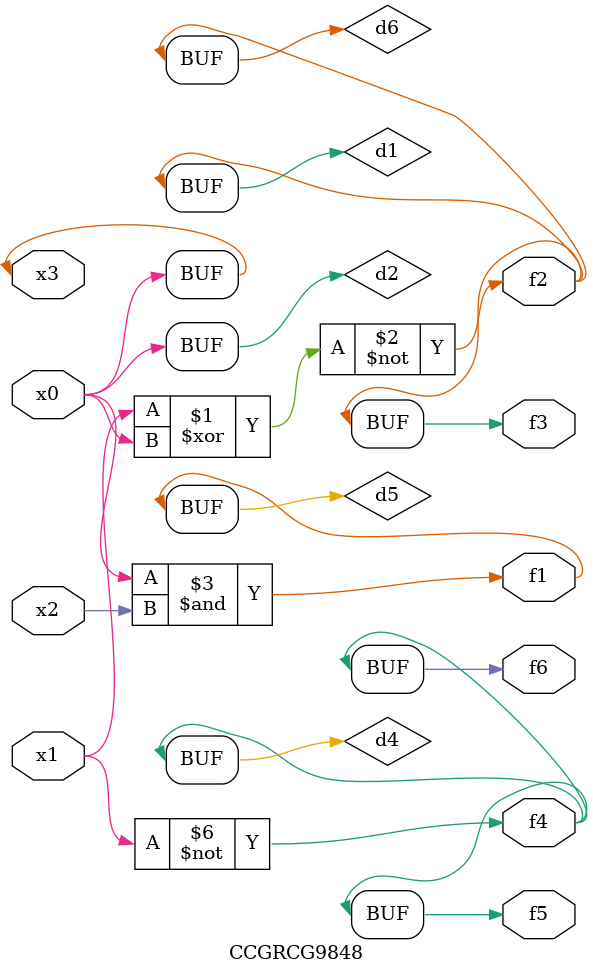
<source format=v>
module CCGRCG9848(
	input x0, x1, x2, x3,
	output f1, f2, f3, f4, f5, f6
);

	wire d1, d2, d3, d4, d5, d6;

	xnor (d1, x1, x3);
	buf (d2, x0, x3);
	nand (d3, x0, x2);
	not (d4, x1);
	nand (d5, d3);
	or (d6, d1);
	assign f1 = d5;
	assign f2 = d6;
	assign f3 = d6;
	assign f4 = d4;
	assign f5 = d4;
	assign f6 = d4;
endmodule

</source>
